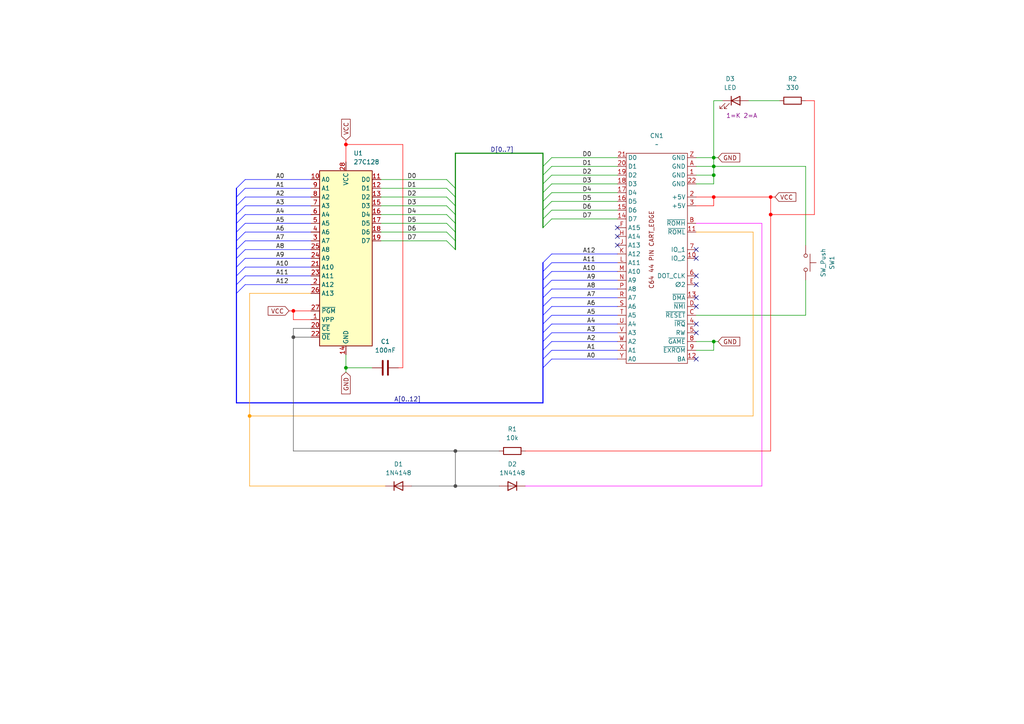
<source format=kicad_sch>
(kicad_sch (version 20250114) (generator "eeschema") (generator_version "9.0")
  (paper "A4")
  (title_block (title "JACC64 16K") (rev "1.01"))
  (lib_symbols
    (symbol "Device:C" (pin_numbers (hide yes)) (pin_names (offset 0.254))
      (property "Reference" "C" (at 0.635 2.54 0))
      (property "Value" "C" (at 0.635 -2.54 0))
      (symbol "C_0_1"
        (polyline (pts (xy -2.032 0.762) (xy 2.032 0.762)) (stroke (width 0.508)))
        (polyline (pts (xy -2.032 -0.762) (xy 2.032 -0.762)) (stroke (width 0.508)))
      )
      (symbol "C_1_1"
        (pin passive line (at 0 3.81 270) (length 2.794) (name "~") (number "1"))
        (pin passive line (at 0 -3.81 90) (length 2.794) (name "~") (number "2"))
      )
    )
    (symbol "Device:D" (pin_numbers (hide yes)) (pin_names (offset 1.016) (hide yes))
      (property "Reference" "D" (at 0 2.54 0))
      (property "Value" "D" (at 0 -2.54 0))
      (symbol "D_0_1"
        (polyline (pts (xy -1.27 1.27) (xy -1.27 -1.27)) (stroke (width 0.254)))
        (polyline (pts (xy 1.27 1.27) (xy 1.27 -1.27) (xy -1.27 0) (xy 1.27 1.27)) (stroke (width 0.254)))
        (polyline (pts (xy 1.27 0) (xy -1.27 0)))
      )
      (symbol "D_1_1"
        (pin passive line (at -3.81 0 0) (length 2.54) (name "K") (number "1"))
        (pin passive line (at 3.81 0 180) (length 2.54) (name "A") (number "2"))
      )
    )
    (symbol "Device:LED" (pin_numbers (hide yes)) (pin_names (offset 1.016) (hide yes))
      (property "Reference" "D" (at 0 2.54 0))
      (property "Value" "LED" (at 0 -2.54 0))
      (symbol "LED_0_1"
        (polyline (pts (xy -3.048 -0.762) (xy -4.572 -2.286) (xy -3.81 -2.286) (xy -4.572 -2.286) (xy -4.572 -1.524)))
        (polyline (pts (xy -1.778 -0.762) (xy -3.302 -2.286) (xy -2.54 -2.286) (xy -3.302 -2.286) (xy -3.302 -1.524)))
        (polyline (pts (xy -1.27 0) (xy 1.27 0)))
        (polyline (pts (xy -1.27 -1.27) (xy -1.27 1.27)) (stroke (width 0.254)))
        (polyline (pts (xy 1.27 -1.27) (xy 1.27 1.27) (xy -1.27 0) (xy 1.27 -1.27)) (stroke (width 0.254)))
      )
      (symbol "LED_1_1"
        (pin passive line (at -3.81 0 0) (length 2.54) (name "K") (number "1"))
        (pin passive line (at 3.81 0 180) (length 2.54) (name "A") (number "2"))
      )
    )
    (symbol "Device:R" (pin_numbers (hide yes)) (pin_names (offset 0))
      (property "Reference" "R" (at 2.032 0 90))
      (property "Value" "R" (at 0 0 90))
      (symbol "R_0_1"
        (rectangle (start -1.016 -2.54) (end 1.016 2.54) (stroke (width 0.254)))
      )
      (symbol "R_1_1"
        (pin passive line (at 0 3.81 270) (length 1.27) (name "~") (number "1"))
        (pin passive line (at 0 -3.81 90) (length 1.27) (name "~") (number "2"))
      )
    )
    (symbol "Memory_EPROM:27C128"
      (property "Reference" "U" (at -7.62 26.67 0))
      (property "Value" "27C128" (at 2.54 -26.67 0))
      (symbol "27C128_1_1"
        (rectangle (start -7.62 25.4) (end 7.62 -25.4) (stroke (width 0.254)) (fill (type background)))
        (pin input line (at -10.16 22.86 0) (length 2.54) (name "A0") (number "10"))
        (pin input line (at -10.16 20.32 0) (length 2.54) (name "A1") (number "9"))
        (pin input line (at -10.16 17.78 0) (length 2.54) (name "A2") (number "8"))
        (pin input line (at -10.16 15.24 0) (length 2.54) (name "A3") (number "7"))
        (pin input line (at -10.16 12.7 0) (length 2.54) (name "A4") (number "6"))
        (pin input line (at -10.16 10.16 0) (length 2.54) (name "A5") (number "5"))
        (pin input line (at -10.16 7.62 0) (length 2.54) (name "A6") (number "4"))
        (pin input line (at -10.16 5.08 0) (length 2.54) (name "A7") (number "3"))
        (pin input line (at -10.16 2.54 0) (length 2.54) (name "A8") (number "25"))
        (pin input line (at -10.16 0 0) (length 2.54) (name "A9") (number "24"))
        (pin input line (at -10.16 -2.54 0) (length 2.54) (name "A10") (number "21"))
        (pin input line (at -10.16 -5.08 0) (length 2.54) (name "A11") (number "23"))
        (pin input line (at -10.16 -7.62 0) (length 2.54) (name "A12") (number "2"))
        (pin input line (at -10.16 -10.16 0) (length 2.54) (name "A13") (number "26"))
        (pin input line (at -10.16 -15.24 0) (length 2.54) (name "~{PGM}") (number "27"))
        (pin input line (at -10.16 -17.78 0) (length 2.54) (name "VPP") (number "1"))
        (pin input line (at -10.16 -20.32 0) (length 2.54) (name "~{CE}") (number "20"))
        (pin input line (at -10.16 -22.86 0) (length 2.54) (name "~{OE}") (number "22"))
        (pin power_in line (at 0 27.94 270) (length 2.54) (name "VCC") (number "28"))
        (pin power_in line (at 0 -27.94 90) (length 2.54) (name "GND") (number "14"))
        (pin tri_state line (at 10.16 22.86 180) (length 2.54) (name "D0") (number "11"))
        (pin tri_state line (at 10.16 20.32 180) (length 2.54) (name "D1") (number "12"))
        (pin tri_state line (at 10.16 17.78 180) (length 2.54) (name "D2") (number "13"))
        (pin tri_state line (at 10.16 15.24 180) (length 2.54) (name "D3") (number "15"))
        (pin tri_state line (at 10.16 12.7 180) (length 2.54) (name "D4") (number "16"))
        (pin tri_state line (at 10.16 10.16 180) (length 2.54) (name "D5") (number "17"))
        (pin tri_state line (at 10.16 7.62 180) (length 2.54) (name "D6") (number "18"))
        (pin tri_state line (at 10.16 5.08 180) (length 2.54) (name "D7") (number "19"))
      )
    )
    (symbol "ODDSOCKS:C64 Cartridge Connector" (in_bom no)
      (property "Reference" "CN" (at 0 -0.254 0))
      (symbol "C64 Cartridge Connector_0_1"
        (rectangle (start -33.02 10.16) (end 27.94 -7.62))
      )
      (symbol "C64 Cartridge Connector_1_1"
        (text "C64 44 PIN CART_EDGE" (at 0 2.794 0) (effects (font (size 1.27 1.27))))
        (pin bidirectional line (at -31.75 12.7 270) (length 2.54) (name "A0") (number "Y"))
        (pin output line (at -31.75 -10.16 90) (length 2.54) (name "BA") (number "12"))
        (pin bidirectional line (at -29.21 12.7 270) (length 2.54) (name "A1") (number "X"))
        (pin input line (at -29.21 -10.16 90) (length 2.54) (name "~{EXROM}") (number "9"))
        (pin bidirectional line (at -26.67 12.7 270) (length 2.54) (name "A2") (number "W"))
        (pin input line (at -26.67 -10.16 90) (length 2.54) (name "~{GAME}") (number "8"))
        (pin bidirectional line (at -24.13 12.7 270) (length 2.54) (name "A3") (number "V"))
        (pin bidirectional line (at -24.13 -10.16 90) (length 2.54) (name "RW") (number "5"))
        (pin bidirectional line (at -21.59 12.7 270) (length 2.54) (name "A4") (number "U"))
        (pin input line (at -21.59 -10.16 90) (length 2.54) (name "~{IRQ}") (number "4"))
        (pin bidirectional line (at -19.05 12.7 270) (length 2.54) (name "A5") (number "T"))
        (pin input line (at -19.05 -10.16 90) (length 2.54) (name "~{RESET}") (number "C"))
        (pin bidirectional line (at -16.51 12.7 270) (length 2.54) (name "A6") (number "S"))
        (pin output line (at -16.51 -10.16 90) (length 2.54) (name "~{NMI}") (number "D"))
        (pin bidirectional line (at -13.97 12.7 270) (length 2.54) (name "A7") (number "R"))
        (pin input line (at -13.97 -10.16 90) (length 2.54) (name "~{DMA}") (number "13"))
        (pin bidirectional line (at -11.43 12.7 270) (length 2.54) (name "A8") (number "P"))
        (pin output line (at -10.16 -10.16 90) (length 2.54) (name "∅2") (number "E"))
        (pin bidirectional line (at -8.89 12.7 270) (length 2.54) (name "A9") (number "N"))
        (pin output line (at -7.62 -10.16 90) (length 2.54) (name "DOT_CLK") (number "6"))
        (pin bidirectional line (at -6.35 12.7 270) (length 2.54) (name "A10") (number "M"))
        (pin bidirectional line (at -3.81 12.7 270) (length 2.54) (name "A11") (number "L"))
        (pin bidirectional line (at -2.54 -10.16 90) (length 2.54) (name "IO_2") (number "10"))
        (pin bidirectional line (at -1.27 12.7 270) (length 2.54) (name "A12") (number "K"))
        (pin bidirectional line (at 0 -10.16 90) (length 2.54) (name "IO_1") (number "7"))
        (pin bidirectional line (at 1.27 12.7 270) (length 2.54) (name "A13") (number "J"))
        (pin bidirectional line (at 3.81 12.7 270) (length 2.54) (name "A14") (number "H"))
        (pin output line (at 5.08 -10.16 90) (length 2.54) (name "~{ROML}") (number "11"))
        (pin bidirectional line (at 6.35 12.7 270) (length 2.54) (name "A15") (number "F"))
        (pin output line (at 7.62 -10.16 90) (length 2.54) (name "~{ROMH}") (number "B"))
        (pin bidirectional line (at 8.89 12.7 270) (length 2.54) (name "D7") (number "14"))
        (pin bidirectional line (at 11.43 12.7 270) (length 2.54) (name "D6") (number "15"))
        (pin power_out line (at 12.7 -10.16 90) (length 2.54) (name "+5V") (number "3"))
        (pin bidirectional line (at 13.97 12.7 270) (length 2.54) (name "D5") (number "16"))
        (pin power_in line (at 15.24 -10.16 90) (length 2.54) (name "+5V") (number "2"))
        (pin bidirectional line (at 16.51 12.7 270) (length 2.54) (name "D4") (number "17"))
        (pin bidirectional line (at 19.05 12.7 270) (length 2.54) (name "D3") (number "18"))
        (pin power_out line (at 19.05 -10.16 90) (length 2.54) (name "GND") (number "22"))
        (pin bidirectional line (at 21.59 12.7 270) (length 2.54) (name "D2") (number "19"))
        (pin power_in line (at 21.59 -10.16 90) (length 2.54) (name "GND") (number "1"))
        (pin bidirectional line (at 24.13 12.7 270) (length 2.54) (name "D1") (number "20"))
        (pin power_in line (at 24.13 -10.16 90) (length 2.54) (name "GND") (number "A"))
        (pin bidirectional line (at 26.67 12.7 270) (length 2.54) (name "D0") (number "21"))
        (pin power_in line (at 26.67 -10.16 90) (length 2.54) (name "GND") (number "Z"))
      )
    )
    (symbol "Switch:SW_Push" (pin_numbers (hide yes)) (pin_names (offset 1.016) (hide yes))
      (property "Reference" "SW" (at 1.27 2.54 0))
      (property "Value" "SW_Push" (at 0 -1.524 0))
      (symbol "SW_Push_0_1"
        (circle (center -2.032 0) (radius 0.508))
        (polyline (pts (xy 0 1.27) (xy 0 3.048)))
        (circle (center 2.032 0) (radius 0.508))
        (polyline (pts (xy 2.54 1.27) (xy -2.54 1.27)))
        (pin passive line (at -5.08 0 0) (length 2.54) (name "1") (number "1"))
        (pin passive line (at 5.08 0 180) (length 2.54) (name "2") (number "2"))
      )
    )
  )
  (junction (at 132.08 140.97) (color 72 72 72 1))
  (junction (at 85.09 90.17) (color 255 0 0 1))
  (junction (at 207.01 57.15) (color 255 0 0 1))
  (junction (at 100.33 106.68))
  (junction (at 85.09 97.79) (color 72 72 72 1))
  (junction (at 100.33 41.91) (color 255 0 0 1))
  (junction (at 223.52 62.23) (color 255 0 0 1))
  (junction (at 223.52 57.15) (color 255 0 0 1))
  (junction (at 207.01 99.06))
  (junction (at 207.01 48.26))
  (junction (at 207.01 50.8))
  (junction (at 132.08 130.81) (color 72 72 72 1))
  (junction (at 72.39 120.65) (color 255 153 0 1))
  (junction (at 207.01 45.72))
  (no_connect (at 201.93 104.14))
  (no_connect (at 179.07 68.58))
  (no_connect (at 201.93 86.36))
  (no_connect (at 201.93 96.52))
  (no_connect (at 201.93 93.98))
  (no_connect (at 179.07 66.04))
  (no_connect (at 201.93 74.93))
  (no_connect (at 179.07 71.12))
  (no_connect (at 201.93 72.39))
  (no_connect (at 201.93 80.01))
  (no_connect (at 201.93 82.55))
  (no_connect (at 201.93 88.9))
  (bus_entry (at 157.48 83.82) (size 2.54 -2.54) (stroke (width 0) (color 0 0 255 1)))
  (bus_entry (at 157.48 101.6) (size 2.54 -2.54) (stroke (width 0) (color 0 0 255 1)))
  (bus_entry (at 157.48 99.06) (size 2.54 -2.54) (stroke (width 0) (color 0 0 255 1)))
  (bus_entry (at 157.48 96.52) (size 2.54 -2.54) (stroke (width 0) (color 0 0 255 1)))
  (bus_entry (at 129.54 69.85) (size 2.54 2.54))
  (bus_entry (at 157.48 106.68) (size 2.54 -2.54) (stroke (width 0) (color 0 0 255 1)))
  (bus_entry (at 157.48 53.34) (size 2.54 -2.54))
  (bus_entry (at 157.48 76.2) (size 2.54 -2.54) (stroke (width 0) (color 0 0 255 1)))
  (bus_entry (at 68.58 59.69) (size 2.54 -2.54) (stroke (width 0) (color 0 0 255 1)))
  (bus_entry (at 68.58 80.01) (size 2.54 -2.54) (stroke (width 0) (color 0 0 255 1)))
  (bus_entry (at 68.58 72.39) (size 2.54 -2.54) (stroke (width 0) (color 0 0 255 1)))
  (bus_entry (at 157.48 86.36) (size 2.54 -2.54) (stroke (width 0) (color 0 0 255 1)))
  (bus_entry (at 68.58 57.15) (size 2.54 -2.54) (stroke (width 0) (color 0 0 255 1)))
  (bus_entry (at 68.58 74.93) (size 2.54 -2.54) (stroke (width 0) (color 0 0 255 1)))
  (bus_entry (at 157.48 48.26) (size 2.54 -2.54))
  (bus_entry (at 157.48 93.98) (size 2.54 -2.54) (stroke (width 0) (color 0 0 255 1)))
  (bus_entry (at 68.58 82.55) (size 2.54 -2.54) (stroke (width 0) (color 0 0 255 1)))
  (bus_entry (at 68.58 62.23) (size 2.54 -2.54) (stroke (width 0) (color 0 0 255 1)))
  (bus_entry (at 68.58 77.47) (size 2.54 -2.54) (stroke (width 0) (color 0 0 255 1)))
  (bus_entry (at 68.58 85.09) (size 2.54 -2.54) (stroke (width 0) (color 0 0 255 1)))
  (bus_entry (at 157.48 81.28) (size 2.54 -2.54) (stroke (width 0) (color 0 0 255 1)))
  (bus_entry (at 129.54 64.77) (size 2.54 2.54))
  (bus_entry (at 157.48 60.96) (size 2.54 -2.54))
  (bus_entry (at 129.54 54.61) (size 2.54 2.54))
  (bus_entry (at 157.48 104.14) (size 2.54 -2.54) (stroke (width 0) (color 0 0 255 1)))
  (bus_entry (at 157.48 63.5) (size 2.54 -2.54))
  (bus_entry (at 157.48 78.74) (size 2.54 -2.54) (stroke (width 0) (color 0 0 255 1)))
  (bus_entry (at 129.54 57.15) (size 2.54 2.54))
  (bus_entry (at 129.54 62.23) (size 2.54 2.54))
  (bus_entry (at 129.54 59.69) (size 2.54 2.54))
  (bus_entry (at 157.48 58.42) (size 2.54 -2.54))
  (bus_entry (at 129.54 52.07) (size 2.54 2.54))
  (bus_entry (at 157.48 55.88) (size 2.54 -2.54))
  (bus_entry (at 68.58 67.31) (size 2.54 -2.54) (stroke (width 0) (color 0 0 255 1)))
  (bus_entry (at 157.48 66.04) (size 2.54 -2.54))
  (bus_entry (at 68.58 54.61) (size 2.54 -2.54) (stroke (width 0) (color 0 0 255 1)))
  (bus_entry (at 68.58 69.85) (size 2.54 -2.54) (stroke (width 0) (color 0 0 255 1)))
  (bus_entry (at 157.48 88.9) (size 2.54 -2.54) (stroke (width 0) (color 0 0 255 1)))
  (bus_entry (at 129.54 67.31) (size 2.54 2.54))
  (bus_entry (at 157.48 91.44) (size 2.54 -2.54) (stroke (width 0) (color 0 0 255 1)))
  (bus_entry (at 157.48 50.8) (size 2.54 -2.54))
  (bus_entry (at 68.58 64.77) (size 2.54 -2.54) (stroke (width 0) (color 0 0 255 1)))
  (wire (pts (xy 71.12 72.39) (xy 90.17 72.39)) (stroke (width 0) (color 0 0 255 1)))
  (wire (pts (xy 223.52 62.23) (xy 223.52 57.15)) (stroke (width 0) (color 255 0 0 1)))
  (bus (pts (xy 132.08 59.69) (xy 132.08 62.23)) (stroke (width 0) (color 0 132 0 1)))
  (wire (pts (xy 233.68 91.44) (xy 201.93 91.44)))
  (wire (pts (xy 100.33 106.68) (xy 107.95 106.68)))
  (wire (pts (xy 110.49 64.77) (xy 129.54 64.77)))
  (bus (pts (xy 157.48 63.5) (xy 157.48 66.04)) (stroke (width 0) (color 0 132 0 1)))
  (wire (pts (xy 233.68 29.21) (xy 236.22 29.21)) (stroke (width 0) (color 255 0 0 1)))
  (wire (pts (xy 160.02 86.36) (xy 179.07 86.36)) (stroke (width 0) (color 0 0 255 1)))
  (bus (pts (xy 68.58 59.69) (xy 68.58 62.23)) (stroke (width 0) (color 0 0 255 1)))
  (wire (pts (xy 85.09 130.81) (xy 132.08 130.81)) (stroke (width 0) (color 72 72 72 1)))
  (wire (pts (xy 207.01 59.69) (xy 207.01 57.15)) (stroke (width 0) (color 255 0 0 1)))
  (wire (pts (xy 201.93 57.15) (xy 207.01 57.15)) (stroke (width 0) (color 255 0 0 1)))
  (wire (pts (xy 110.49 62.23) (xy 129.54 62.23)))
  (wire (pts (xy 71.12 54.61) (xy 90.17 54.61)) (stroke (width 0) (color 0 0 255 1)))
  (wire (pts (xy 132.08 130.81) (xy 132.08 140.97)) (stroke (width 0) (color 72 72 72 1)))
  (wire (pts (xy 116.84 106.68) (xy 116.84 41.91)) (stroke (width 0) (color 255 0 0 1)))
  (bus (pts (xy 157.48 91.44) (xy 157.48 93.98)) (stroke (width 0) (color 0 0 255 1)))
  (bus (pts (xy 68.58 82.55) (xy 68.58 85.09)) (stroke (width 0) (color 0 0 255 1)))
  (bus (pts (xy 68.58 72.39) (xy 68.58 74.93)) (stroke (width 0) (color 0 0 255 1)))
  (wire (pts (xy 110.49 59.69) (xy 129.54 59.69)))
  (bus (pts (xy 157.48 106.68) (xy 157.48 116.84)) (stroke (width 0) (color 0 0 255 1)))
  (bus (pts (xy 157.48 55.88) (xy 157.48 58.42)) (stroke (width 0) (color 0 132 0 1)))
  (bus (pts (xy 132.08 54.61) (xy 132.08 57.15)) (stroke (width 0) (color 0 132 0 1)))
  (bus (pts (xy 132.08 57.15) (xy 132.08 59.69)) (stroke (width 0) (color 0 132 0 1)))
  (bus (pts (xy 157.48 88.9) (xy 157.48 91.44)) (stroke (width 0) (color 0 0 255 1)))
  (wire (pts (xy 71.12 52.07) (xy 90.17 52.07)) (stroke (width 0) (color 0 0 255 1)))
  (wire (pts (xy 90.17 95.25) (xy 85.09 95.25)) (stroke (width 0) (color 72 72 72 1)))
  (bus (pts (xy 157.48 60.96) (xy 157.48 63.5)) (stroke (width 0) (color 0 132 0 1)))
  (wire (pts (xy 110.49 67.31) (xy 129.54 67.31)))
  (wire (pts (xy 160.02 55.88) (xy 179.07 55.88)))
  (wire (pts (xy 100.33 41.91) (xy 116.84 41.91)) (stroke (width 0) (color 255 0 0 1)))
  (bus (pts (xy 132.08 62.23) (xy 132.08 64.77)) (stroke (width 0) (color 0 132 0 1)))
  (bus (pts (xy 68.58 67.31) (xy 68.58 69.85)) (stroke (width 0) (color 0 0 255 1)))
  (wire (pts (xy 207.01 99.06) (xy 208.28 99.06)))
  (wire (pts (xy 207.01 53.34) (xy 207.01 50.8)))
  (wire (pts (xy 100.33 41.91) (xy 100.33 46.99)) (stroke (width 0) (color 255 0 0 1)))
  (bus (pts (xy 68.58 57.15) (xy 68.58 59.69)) (stroke (width 0) (color 0 0 255 1)))
  (wire (pts (xy 132.08 140.97) (xy 144.78 140.97)) (stroke (width 0) (color 72 72 72 1)))
  (wire (pts (xy 160.02 91.44) (xy 179.07 91.44)) (stroke (width 0) (color 0 0 255 1)))
  (wire (pts (xy 160.02 88.9) (xy 179.07 88.9)) (stroke (width 0) (color 0 0 255 1)))
  (wire (pts (xy 160.02 60.96) (xy 179.07 60.96)))
  (wire (pts (xy 160.02 81.28) (xy 179.07 81.28)) (stroke (width 0) (color 0 0 255 1)))
  (wire (pts (xy 201.93 50.8) (xy 207.01 50.8)))
  (bus (pts (xy 68.58 54.61) (xy 68.58 57.15)) (stroke (width 0) (color 0 0 255 1)))
  (bus (pts (xy 68.58 69.85) (xy 68.58 72.39)) (stroke (width 0) (color 0 0 255 1)))
  (bus (pts (xy 68.58 116.84) (xy 157.48 116.84)) (stroke (width 0) (color 0 0 255 1)))
  (wire (pts (xy 160.02 45.72) (xy 179.07 45.72)))
  (wire (pts (xy 220.98 140.97) (xy 220.98 64.77)) (stroke (width 0) (color 255 0 255 1)))
  (wire (pts (xy 160.02 58.42) (xy 179.07 58.42)))
  (wire (pts (xy 160.02 76.2) (xy 179.07 76.2)) (stroke (width 0) (color 0 0 255 1)))
  (wire (pts (xy 223.52 57.15) (xy 224.79 57.15)) (stroke (width 0) (color 255 0 0 1)))
  (bus (pts (xy 157.48 58.42) (xy 157.48 60.96)) (stroke (width 0) (color 0 132 0 1)))
  (wire (pts (xy 201.93 59.69) (xy 207.01 59.69)) (stroke (width 0) (color 255 0 0 1)))
  (wire (pts (xy 201.93 101.6) (xy 207.01 101.6)))
  (wire (pts (xy 71.12 59.69) (xy 90.17 59.69)) (stroke (width 0) (color 0 0 255 1)))
  (wire (pts (xy 72.39 85.09) (xy 90.17 85.09)) (stroke (width 0) (color 255 153 0 1)))
  (wire (pts (xy 90.17 92.71) (xy 85.09 92.71)) (stroke (width 0) (color 255 0 0 1)))
  (wire (pts (xy 71.12 67.31) (xy 90.17 67.31)) (stroke (width 0) (color 0 0 255 1)))
  (bus (pts (xy 157.48 101.6) (xy 157.48 104.14)) (stroke (width 0) (color 0 0 255 1)))
  (wire (pts (xy 160.02 93.98) (xy 179.07 93.98)) (stroke (width 0) (color 0 0 255 1)))
  (bus (pts (xy 157.48 76.2) (xy 157.48 78.74)) (stroke (width 0) (color 0 0 255 1)))
  (wire (pts (xy 152.4 140.97) (xy 220.98 140.97)) (stroke (width 0) (color 255 0 255 1)))
  (bus (pts (xy 157.48 96.52) (xy 157.48 99.06)) (stroke (width 0) (color 0 0 255 1)))
  (bus (pts (xy 132.08 69.85) (xy 132.08 72.39)) (stroke (width 0) (color 0 132 0 1)))
  (wire (pts (xy 207.01 45.72) (xy 208.28 45.72)))
  (bus (pts (xy 132.08 67.31) (xy 132.08 69.85)) (stroke (width 0) (color 0 132 0 1)))
  (wire (pts (xy 233.68 48.26) (xy 207.01 48.26)))
  (bus (pts (xy 157.48 99.06) (xy 157.48 101.6)) (stroke (width 0) (color 0 0 255 1)))
  (wire (pts (xy 160.02 53.34) (xy 179.07 53.34)))
  (bus (pts (xy 157.48 81.28) (xy 157.48 83.82)) (stroke (width 0) (color 0 0 255 1)))
  (wire (pts (xy 115.57 106.68) (xy 116.84 106.68)) (stroke (width 0) (color 255 0 0 1)))
  (wire (pts (xy 201.93 67.31) (xy 218.44 67.31)) (stroke (width 0) (color 255 153 0 1)))
  (wire (pts (xy 207.01 48.26) (xy 207.01 45.72)))
  (bus (pts (xy 157.48 83.82) (xy 157.48 86.36)) (stroke (width 0) (color 0 0 255 1)))
  (wire (pts (xy 233.68 81.28) (xy 233.68 91.44)))
  (bus (pts (xy 157.48 48.26) (xy 157.48 50.8)) (stroke (width 0) (color 0 132 0 1)))
  (bus (pts (xy 68.58 74.93) (xy 68.58 77.47)) (stroke (width 0) (color 0 0 255 1)))
  (wire (pts (xy 236.22 29.21) (xy 236.22 62.23)) (stroke (width 0) (color 255 0 0 1)))
  (wire (pts (xy 71.12 80.01) (xy 90.17 80.01)) (stroke (width 0) (color 0 0 255 1)))
  (wire (pts (xy 218.44 67.31) (xy 218.44 120.65)) (stroke (width 0) (color 255 153 0 1)))
  (bus (pts (xy 68.58 62.23) (xy 68.58 64.77)) (stroke (width 0) (color 0 0 255 1)))
  (wire (pts (xy 71.12 82.55) (xy 90.17 82.55)) (stroke (width 0) (color 0 0 255 1)))
  (wire (pts (xy 160.02 83.82) (xy 179.07 83.82)) (stroke (width 0) (color 0 0 255 1)))
  (wire (pts (xy 100.33 102.87) (xy 100.33 106.68)))
  (wire (pts (xy 85.09 95.25) (xy 85.09 97.79)) (stroke (width 0) (color 72 72 72 1)))
  (wire (pts (xy 85.09 92.71) (xy 85.09 90.17)) (stroke (width 0) (color 255 0 0 1)))
  (wire (pts (xy 160.02 78.74) (xy 179.07 78.74)) (stroke (width 0) (color 0 0 255 1)))
  (wire (pts (xy 207.01 57.15) (xy 223.52 57.15)) (stroke (width 0) (color 255 0 0 1)))
  (wire (pts (xy 160.02 96.52) (xy 179.07 96.52)) (stroke (width 0) (color 0 0 255 1)))
  (wire (pts (xy 71.12 64.77) (xy 90.17 64.77)) (stroke (width 0) (color 0 0 255 1)))
  (wire (pts (xy 83.82 90.17) (xy 85.09 90.17)) (stroke (width 0) (color 255 0 0 1)))
  (wire (pts (xy 201.93 45.72) (xy 207.01 45.72)))
  (wire (pts (xy 110.49 57.15) (xy 129.54 57.15)))
  (wire (pts (xy 160.02 50.8) (xy 179.07 50.8)))
  (wire (pts (xy 119.38 140.97) (xy 132.08 140.97)) (stroke (width 0) (color 72 72 72 1)))
  (wire (pts (xy 152.4 130.81) (xy 223.52 130.81)) (stroke (width 0) (color 255 0 0 1)))
  (bus (pts (xy 68.58 64.77) (xy 68.58 67.31)) (stroke (width 0) (color 0 0 255 1)))
  (wire (pts (xy 217.17 29.21) (xy 226.06 29.21)))
  (wire (pts (xy 85.09 97.79) (xy 85.09 130.81)) (stroke (width 0) (color 72 72 72 1)))
  (wire (pts (xy 85.09 97.79) (xy 90.17 97.79)) (stroke (width 0) (color 72 72 72 1)))
  (wire (pts (xy 71.12 77.47) (xy 90.17 77.47)) (stroke (width 0) (color 0 0 255 1)))
  (bus (pts (xy 132.08 44.45) (xy 132.08 54.61)) (stroke (width 0) (color 0 132 0 1)))
  (bus (pts (xy 68.58 85.09) (xy 68.58 116.84)) (stroke (width 0) (color 0 0 255 1)))
  (bus (pts (xy 157.48 104.14) (xy 157.48 106.68)) (stroke (width 0) (color 0 0 255 1)))
  (wire (pts (xy 71.12 69.85) (xy 90.17 69.85)) (stroke (width 0) (color 0 0 255 1)))
  (wire (pts (xy 72.39 120.65) (xy 72.39 140.97)) (stroke (width 0) (color 255 153 0 1)))
  (wire (pts (xy 71.12 57.15) (xy 90.17 57.15)) (stroke (width 0) (color 0 0 255 1)))
  (wire (pts (xy 201.93 99.06) (xy 207.01 99.06)))
  (bus (pts (xy 68.58 80.01) (xy 68.58 82.55)) (stroke (width 0) (color 0 0 255 1)))
  (bus (pts (xy 157.48 44.45) (xy 157.48 48.26)) (stroke (width 0) (color 0 132 0 1)))
  (wire (pts (xy 160.02 101.6) (xy 179.07 101.6)) (stroke (width 0) (color 0 0 255 1)))
  (wire (pts (xy 110.49 69.85) (xy 129.54 69.85)))
  (wire (pts (xy 160.02 104.14) (xy 179.07 104.14)) (stroke (width 0) (color 0 0 255 1)))
  (bus (pts (xy 157.48 53.34) (xy 157.48 55.88)) (stroke (width 0) (color 0 132 0 1)))
  (wire (pts (xy 220.98 64.77) (xy 201.93 64.77)) (stroke (width 0) (color 255 0 255 1)))
  (wire (pts (xy 110.49 52.07) (xy 129.54 52.07)))
  (wire (pts (xy 85.09 90.17) (xy 90.17 90.17)) (stroke (width 0) (color 255 0 0 1)))
  (wire (pts (xy 100.33 107.95) (xy 100.33 106.68)))
  (bus (pts (xy 132.08 44.45) (xy 157.48 44.45)) (stroke (width 0) (color 0 132 0 1)))
  (wire (pts (xy 160.02 99.06) (xy 179.07 99.06)) (stroke (width 0) (color 0 0 255 1)))
  (wire (pts (xy 111.76 140.97) (xy 72.39 140.97)) (stroke (width 0) (color 255 153 0 1)))
  (wire (pts (xy 233.68 71.12) (xy 233.68 48.26)))
  (wire (pts (xy 160.02 48.26) (xy 179.07 48.26)))
  (wire (pts (xy 100.33 40.64) (xy 100.33 41.91)) (stroke (width 0) (color 255 0 0 1)))
  (wire (pts (xy 160.02 63.5) (xy 179.07 63.5)))
  (wire (pts (xy 132.08 130.81) (xy 144.78 130.81)) (stroke (width 0) (color 72 72 72 1)))
  (bus (pts (xy 132.08 64.77) (xy 132.08 67.31)) (stroke (width 0) (color 0 132 0 1)))
  (wire (pts (xy 72.39 120.65) (xy 218.44 120.65)) (stroke (width 0) (color 255 153 0 1)))
  (wire (pts (xy 201.93 53.34) (xy 207.01 53.34)))
  (wire (pts (xy 71.12 74.93) (xy 90.17 74.93)) (stroke (width 0) (color 0 0 255 1)))
  (bus (pts (xy 157.48 78.74) (xy 157.48 81.28)) (stroke (width 0) (color 0 0 255 1)))
  (wire (pts (xy 201.93 48.26) (xy 207.01 48.26)))
  (wire (pts (xy 207.01 101.6) (xy 207.01 99.06)))
  (wire (pts (xy 223.52 130.81) (xy 223.52 62.23)) (stroke (width 0) (color 255 0 0 1)))
  (wire (pts (xy 160.02 73.66) (xy 179.07 73.66)) (stroke (width 0) (color 0 0 255 1)))
  (bus (pts (xy 157.48 86.36) (xy 157.48 88.9)) (stroke (width 0) (color 0 0 255 1)))
  (wire (pts (xy 71.12 62.23) (xy 90.17 62.23)) (stroke (width 0) (color 0 0 255 1)))
  (wire (pts (xy 72.39 120.65) (xy 72.39 85.09)) (stroke (width 0) (color 255 153 0 1)))
  (bus (pts (xy 157.48 50.8) (xy 157.48 53.34)) (stroke (width 0) (color 0 132 0 1)))
  (bus (pts (xy 157.48 93.98) (xy 157.48 96.52)) (stroke (width 0) (color 0 0 255 1)))
  (wire (pts (xy 207.01 50.8) (xy 207.01 48.26)))
  (wire (pts (xy 110.49 54.61) (xy 129.54 54.61)))
  (wire (pts (xy 207.01 29.21) (xy 209.55 29.21)))
  (bus (pts (xy 68.58 77.47) (xy 68.58 80.01)) (stroke (width 0) (color 0 0 255 1)))
  (wire (pts (xy 236.22 62.23) (xy 223.52 62.23)) (stroke (width 0) (color 255 0 0 1)))
  (wire (pts (xy 207.01 29.21) (xy 207.01 45.72)))
  (label "D4" (at 168.91 55.88 0))
  (label "A12" (at 172.72 73.66 180))
  (label "A0" (at 170.18 104.14 0))
  (label "A2" (at 80.01 57.15 0))
  (label "A6" (at 172.72 88.9 180))
  (label "D1" (at 168.91 48.26 0))
  (label "A3" (at 80.01 59.69 0))
  (label "A1" (at 172.72 101.6 180))
  (label "D5" (at 168.91 58.42 0))
  (label "A3" (at 172.72 96.52 180))
  (label "A5" (at 80.01 64.77 0))
  (label "D7" (at 168.91 63.5 0))
  (label "A2" (at 172.72 99.06 180))
  (label "D[0..7]" (at 142.24 44.45 0))
  (label "A10" (at 172.72 78.74 180))
  (label "D2" (at 118.11 57.15 0))
  (label "D5" (at 118.11 64.77 0))
  (label "D3" (at 168.91 53.34 0))
  (label "D2" (at 168.91 50.8 0))
  (label "A4" (at 80.01 62.23 0))
  (label "A4" (at 172.72 93.98 180))
  (label "A7" (at 80.01 69.85 0))
  (label "D0" (at 118.11 52.07 0))
  (label "A0" (at 80.01 52.07 0))
  (label "D3" (at 118.11 59.69 0))
  (label "A7" (at 172.72 86.36 180))
  (label "A[0..12]" (at 114.3 116.84 0))
  (label "D6" (at 118.11 67.31 0))
  (label "A11" (at 172.72 76.2 180))
  (label "A5" (at 172.72 91.44 180))
  (label "D1" (at 118.11 54.61 0))
  (label "D4" (at 118.11 62.23 0))
  (label "D0" (at 168.91 45.72 0))
  (label "A6" (at 80.01 67.31 0))
  (label "A9" (at 172.72 81.28 180))
  (label "A12" (at 80.01 82.55 0))
  (label "D6" (at 168.91 60.96 0))
  (label "A9" (at 80.01 74.93 0))
  (label "A8" (at 172.72 83.82 180))
  (label "A1" (at 80.01 54.61 0))
  (label "A10" (at 80.01 77.47 0))
  (label "A8" (at 80.01 72.39 0))
  (label "A11" (at 80.01 80.01 0))
  (label "D7" (at 118.11 69.85 0))
  (global_label "VCC" (shape input) (at 100.33 40.64 90) (property "Intersheetrefs" "${INTERSHEET_REFS}" (effects (hide yes))))
  (global_label "GND" (shape input) (at 208.28 99.06 0) (property "Intersheetrefs" "${INTERSHEET_REFS}" (effects (hide yes))))
  (global_label "VCC" (shape input) (at 83.82 90.17 180) (property "Intersheetrefs" "${INTERSHEET_REFS}" (effects (hide yes))))
  (global_label "GND" (shape input) (at 100.33 107.95 270) (property "Intersheetrefs" "${INTERSHEET_REFS}" (effects (hide yes))))
  (global_label "VCC" (shape input) (at 224.79 57.15 0) (property "Intersheetrefs" "${INTERSHEET_REFS}" (effects (hide yes))))
  (global_label "GND" (shape input) (at 208.28 45.72 0) (property "Intersheetrefs" "${INTERSHEET_REFS}" (effects (hide yes))))
  (symbol (lib_id "Memory_EPROM:27C128") (at 100.33 74.93 0) (unit 1)
    (property "Reference" "U1" (at 102.5241 44.45 0) (effects (justify left)))
    (property "Value" "27C128" (at 102.5241 46.99 0) (effects (justify left)))
    (property "Footprint" "Package_DIP:DIP-28_W15.24mm" (effects (hide yes)))
    (property "Datasheet" "http://ww1.microchip.com/downloads/en/devicedoc/11003L.pdf" (effects (hide yes)))
    (property "Description" "OTP EPROM 128 KiBit, [Obsolete 2004-01]" (effects (hide yes)))
  )
  (symbol (lib_id "Device:C") (at 111.76 106.68 90) (unit 1)
    (property "Reference" "C1" (at 111.76 99.06 90))
    (property "Value" "100nF" (at 111.76 101.6 90))
    (property "Footprint" "Capacitor_THT:C_Disc_D3.0mm_W2.0mm_P2.50mm" (effects (hide yes)))
    (property "Description" "Unpolarized capacitor" (effects (hide yes)))
  )
  (symbol (lib_id "ODDSOCKS:C64 Cartridge Connector") (at 191.77 72.39 90) (unit 1) (in_bom no)
    (property "Reference" "CN1" (at 190.5 39.37 90))
    (property "Value" "~" (at 190.5 41.91 90))
    (property "Footprint" "ODDSOCKS:C64 Expansion" (effects (hide yes)))
  )
  (symbol (lib_id "Device:LED") (at 213.36 29.21 0) (unit 1)
    (property "Reference" "D3" (at 211.7725 22.86 0))
    (property "Value" "LED" (at 211.7725 25.4 0))
    (property "Footprint" "LED_THT:LED_D5.0mm" (effects (hide yes)))
    (property "Description" "Light emitting diode" (effects (hide yes)))
    (property "Sim.Pins" "1=K 2=A" (at 215.138 33.528 0))
  )
  (symbol (lib_id "Device:R") (at 148.59 130.81 90) (unit 1)
    (property "Reference" "R1" (at 148.59 124.46 90))
    (property "Value" "10k" (at 148.59 127 90))
    (property "Footprint" "Resistor_THT:R_Axial_DIN0207_L6.3mm_D2.5mm_P10.16mm_Horizontal" (effects (hide yes)))
    (property "Description" "Resistor" (effects (hide yes)))
  )
  (symbol (lib_id "Device:R") (at 229.87 29.21 90) (unit 1)
    (property "Reference" "R2" (at 229.87 22.86 90))
    (property "Value" "330" (at 229.87 25.4 90))
    (property "Footprint" "Resistor_THT:R_Axial_DIN0207_L6.3mm_D2.5mm_P10.16mm_Horizontal" (effects (hide yes)))
    (property "Description" "Resistor" (effects (hide yes)))
  )
  (symbol (lib_id "Device:D") (at 148.59 140.97 180) (unit 1)
    (property "Reference" "D2" (at 148.59 134.62 0))
    (property "Value" "1N4148" (at 148.59 137.16 0))
    (property "Footprint" "Diode_THT:D_DO-41_SOD81_P7.62mm_Horizontal" (effects (hide yes)))
    (property "Description" "Diode" (effects (hide yes)))
    (property "Sim.Device" "D" (effects (hide yes)))
    (property "Sim.Pins" "1=K 2=A" (effects (hide yes)))
  )
  (symbol (lib_id "Device:D") (at 115.57 140.97 0) (unit 1)
    (property "Reference" "D1" (at 115.57 134.62 0))
    (property "Value" "1N4148" (at 115.57 137.16 0))
    (property "Footprint" "Diode_THT:D_DO-41_SOD81_P7.62mm_Horizontal" (effects (hide yes)))
    (property "Description" "Diode" (effects (hide yes)))
    (property "Sim.Device" "D" (effects (hide yes)))
    (property "Sim.Pins" "1=K 2=A" (effects (hide yes)))
  )
  (symbol (lib_id "Switch:SW_Push") (at 233.68 76.2 270) (unit 1)
    (property "Reference" "SW1" (at 241.3 76.2 0))
    (property "Value" "SW_Push" (at 238.76 76.2 0))
    (property "Footprint" "Button_Switch_THT:SW_PUSH_6mm" (effects (hide yes)))
    (property "Description" "Push button switch, generic, two pins" (effects (hide yes)))
  )
)
</source>
